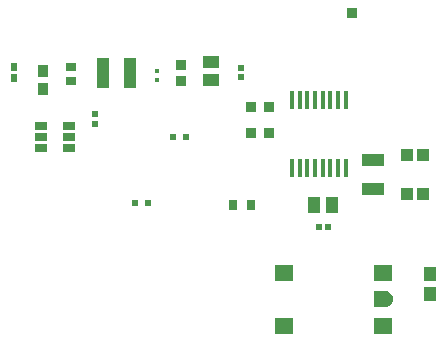
<source format=gtp>
G04*
G04 #@! TF.GenerationSoftware,Altium Limited,Altium Designer,22.7.1 (60)*
G04*
G04 Layer_Color=8421504*
%FSLAX25Y25*%
%MOIN*%
G70*
G04*
G04 #@! TF.SameCoordinates,F12143AB-E3BC-440E-ABAB-C55E8F116B8D*
G04*
G04*
G04 #@! TF.FilePolarity,Positive*
G04*
G01*
G75*
%ADD15R,0.03740X0.03347*%
%ADD16R,0.04331X0.02559*%
G04:AMPARAMS|DCode=17|XSize=61.81mil|YSize=16.14mil|CornerRadius=2.02mil|HoleSize=0mil|Usage=FLASHONLY|Rotation=90.000|XOffset=0mil|YOffset=0mil|HoleType=Round|Shape=RoundedRectangle|*
%AMROUNDEDRECTD17*
21,1,0.06181,0.01211,0,0,90.0*
21,1,0.05778,0.01614,0,0,90.0*
1,1,0.00404,0.00605,0.02889*
1,1,0.00404,0.00605,-0.02889*
1,1,0.00404,-0.00605,-0.02889*
1,1,0.00404,-0.00605,0.02889*
%
%ADD17ROUNDEDRECTD17*%
%ADD18R,0.03740X0.03740*%
%ADD19R,0.04206X0.04750*%
%ADD20R,0.04134X0.04134*%
%ADD21R,0.06299X0.05492*%
%ADD22C,0.04961*%
%ADD23R,0.02047X0.02047*%
%ADD24R,0.05512X0.04331*%
%ADD25R,0.01772X0.01772*%
%ADD26R,0.01860X0.01843*%
%ADD27R,0.02362X0.01968*%
%ADD28R,0.03347X0.02953*%
%ADD29R,0.03773X0.03963*%
%ADD30R,0.02441X0.02598*%
%ADD31R,0.02047X0.02047*%
%ADD32R,0.04331X0.05512*%
%ADD33R,0.07480X0.04331*%
%ADD34R,0.03996X0.10000*%
%ADD35R,0.02756X0.03543*%
G36*
X300459Y296256D02*
X300729D01*
X301260Y296150D01*
X301759Y295943D01*
X302209Y295643D01*
X302592Y295260D01*
X302892Y294811D01*
X303099Y294311D01*
X303205Y293780D01*
Y293510D01*
Y293490D01*
Y293220D01*
X303099Y292689D01*
X302892Y292189D01*
X302592Y291740D01*
X302209Y291357D01*
X301759Y291057D01*
X301260Y290850D01*
X300729Y290744D01*
X300459D01*
Y290744D01*
X296905D01*
Y296256D01*
X300459Y296256D01*
D02*
G37*
D15*
X289500Y389000D02*
D03*
X232500Y371657D02*
D03*
Y366343D02*
D03*
D16*
X185776Y351240D02*
D03*
Y347500D02*
D03*
Y343760D02*
D03*
X195224D02*
D03*
Y347500D02*
D03*
Y351240D02*
D03*
D17*
X269543Y359799D02*
D03*
X272102D02*
D03*
X274661D02*
D03*
X277220D02*
D03*
X279780D02*
D03*
X282339D02*
D03*
X284898D02*
D03*
X287457D02*
D03*
Y337201D02*
D03*
X284898D02*
D03*
X282339D02*
D03*
X279780D02*
D03*
X277220D02*
D03*
X274661D02*
D03*
X272102D02*
D03*
X269543D02*
D03*
D18*
X261906Y357500D02*
D03*
X256000D02*
D03*
X261906Y349000D02*
D03*
X256000D02*
D03*
D19*
X315500Y301751D02*
D03*
Y295249D02*
D03*
D20*
X307843Y341500D02*
D03*
X313157D02*
D03*
X308000Y328500D02*
D03*
X313315D02*
D03*
D21*
X266945Y302348D02*
D03*
Y284652D02*
D03*
X300055D02*
D03*
Y302348D02*
D03*
D22*
X299793Y293500D02*
D03*
D23*
X252500Y367425D02*
D03*
Y370575D02*
D03*
D24*
X242500Y366547D02*
D03*
Y372453D02*
D03*
D25*
X224500Y369575D02*
D03*
Y366425D02*
D03*
D26*
X204000Y351917D02*
D03*
Y355083D02*
D03*
D27*
X217335Y325500D02*
D03*
X221665D02*
D03*
X229835Y347500D02*
D03*
X234165D02*
D03*
D28*
X196000Y366039D02*
D03*
Y370961D02*
D03*
D29*
X186500Y369358D02*
D03*
Y363642D02*
D03*
D30*
X177000Y367268D02*
D03*
Y370732D02*
D03*
D31*
X281575Y317500D02*
D03*
X278425D02*
D03*
D32*
X277047Y325000D02*
D03*
X282953D02*
D03*
D33*
X296500Y339921D02*
D03*
Y330079D02*
D03*
D34*
X215498Y369000D02*
D03*
X206502D02*
D03*
D35*
X250047Y325000D02*
D03*
X255953D02*
D03*
M02*

</source>
